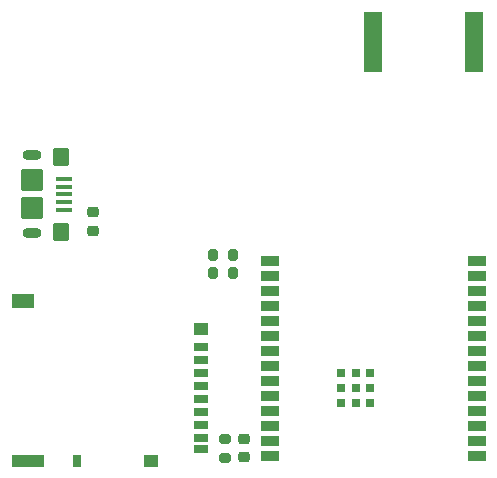
<source format=gbr>
%TF.GenerationSoftware,KiCad,Pcbnew,8.0.6-8.0.6-0~ubuntu22.04.1*%
%TF.CreationDate,2024-10-27T10:41:34+01:00*%
%TF.ProjectId,hackbat,6861636b-6261-4742-9e6b-696361645f70,rev?*%
%TF.SameCoordinates,Original*%
%TF.FileFunction,Paste,Bot*%
%TF.FilePolarity,Positive*%
%FSLAX46Y46*%
G04 Gerber Fmt 4.6, Leading zero omitted, Abs format (unit mm)*
G04 Created by KiCad (PCBNEW 8.0.6-8.0.6-0~ubuntu22.04.1) date 2024-10-27 10:41:34*
%MOMM*%
%LPD*%
G01*
G04 APERTURE LIST*
G04 Aperture macros list*
%AMRoundRect*
0 Rectangle with rounded corners*
0 $1 Rounding radius*
0 $2 $3 $4 $5 $6 $7 $8 $9 X,Y pos of 4 corners*
0 Add a 4 corners polygon primitive as box body*
4,1,4,$2,$3,$4,$5,$6,$7,$8,$9,$2,$3,0*
0 Add four circle primitives for the rounded corners*
1,1,$1+$1,$2,$3*
1,1,$1+$1,$4,$5*
1,1,$1+$1,$6,$7*
1,1,$1+$1,$8,$9*
0 Add four rect primitives between the rounded corners*
20,1,$1+$1,$2,$3,$4,$5,0*
20,1,$1+$1,$4,$5,$6,$7,0*
20,1,$1+$1,$6,$7,$8,$9,0*
20,1,$1+$1,$8,$9,$2,$3,0*%
G04 Aperture macros list end*
%ADD10R,1.500000X5.080000*%
%ADD11RoundRect,0.200000X-0.200000X-0.275000X0.200000X-0.275000X0.200000X0.275000X-0.200000X0.275000X0*%
%ADD12RoundRect,0.100000X0.575000X-0.100000X0.575000X0.100000X-0.575000X0.100000X-0.575000X-0.100000X0*%
%ADD13O,1.600000X0.900000*%
%ADD14RoundRect,0.250000X0.450000X-0.550000X0.450000X0.550000X-0.450000X0.550000X-0.450000X-0.550000X0*%
%ADD15RoundRect,0.250000X0.700000X-0.700000X0.700000X0.700000X-0.700000X0.700000X-0.700000X-0.700000X0*%
%ADD16R,1.500000X0.900000*%
%ADD17R,0.800000X0.800000*%
%ADD18RoundRect,0.200000X0.275000X-0.200000X0.275000X0.200000X-0.275000X0.200000X-0.275000X-0.200000X0*%
%ADD19R,1.900000X1.300000*%
%ADD20R,1.200000X1.000000*%
%ADD21R,2.800000X1.000000*%
%ADD22R,0.800000X1.000000*%
%ADD23R,1.200000X0.700000*%
%ADD24RoundRect,0.225000X0.250000X-0.225000X0.250000X0.225000X-0.250000X0.225000X-0.250000X-0.225000X0*%
G04 APERTURE END LIST*
D10*
%TO.C,J2*%
X170750000Y-75362500D03*
X179250000Y-75362500D03*
%TD*%
D11*
%TO.C,R1*%
X157175000Y-93400000D03*
X158825000Y-93400000D03*
%TD*%
%TO.C,R2*%
X157175000Y-95000000D03*
X158825000Y-95000000D03*
%TD*%
D12*
%TO.C,J1*%
X144525000Y-89600000D03*
X144525000Y-88950000D03*
X144525000Y-88300000D03*
X144525000Y-87650000D03*
X144525000Y-87000000D03*
D13*
X141850000Y-91600000D03*
D14*
X144300000Y-91500000D03*
D15*
X141850000Y-89500000D03*
X141850000Y-87100000D03*
D14*
X144300000Y-85100000D03*
D13*
X141850000Y-85000000D03*
%TD*%
D16*
%TO.C,U5*%
X162000000Y-110430000D03*
X162000000Y-109160000D03*
X162000000Y-107890000D03*
X162000000Y-106620000D03*
X162000000Y-105350000D03*
X162000000Y-104080000D03*
X162000000Y-102810000D03*
X162000000Y-101540000D03*
X162000000Y-100270000D03*
X162000000Y-99000000D03*
X162000000Y-97730000D03*
X162000000Y-96460000D03*
X162000000Y-95190000D03*
X162000000Y-93920000D03*
X179500000Y-93920000D03*
X179500000Y-95190000D03*
X179500000Y-96460000D03*
X179500000Y-97730000D03*
X179500000Y-99000000D03*
X179500000Y-100270000D03*
X179500000Y-101540000D03*
X179500000Y-102810000D03*
X179500000Y-104080000D03*
X179500000Y-105350000D03*
X179500000Y-106620000D03*
X179500000Y-107890000D03*
X179500000Y-109160000D03*
X179500000Y-110430000D03*
D17*
X167995000Y-103460000D03*
X167995000Y-104710000D03*
X167995000Y-105960000D03*
X169245000Y-103460000D03*
X169245000Y-104710000D03*
X169245000Y-105960000D03*
X170495000Y-103460000D03*
X170495000Y-104710000D03*
X170495000Y-105960000D03*
%TD*%
D18*
%TO.C,R19*%
X158200000Y-110625000D03*
X158200000Y-108975000D03*
%TD*%
D19*
%TO.C,J3*%
X141090000Y-97355000D03*
D20*
X156190000Y-99705000D03*
X151890000Y-110855000D03*
D21*
X141540000Y-110855000D03*
D22*
X145690000Y-110855000D03*
D23*
X156190000Y-109905000D03*
X156190000Y-108955000D03*
X156190000Y-107855000D03*
X156190000Y-106755000D03*
X156190000Y-105655000D03*
X156190000Y-104555000D03*
X156190000Y-103455000D03*
X156190000Y-102355000D03*
X156190000Y-101255000D03*
%TD*%
D24*
%TO.C,C1*%
X159800000Y-110575000D03*
X159800000Y-109025000D03*
%TD*%
%TO.C,C2*%
X147000000Y-91375000D03*
X147000000Y-89825000D03*
%TD*%
M02*

</source>
